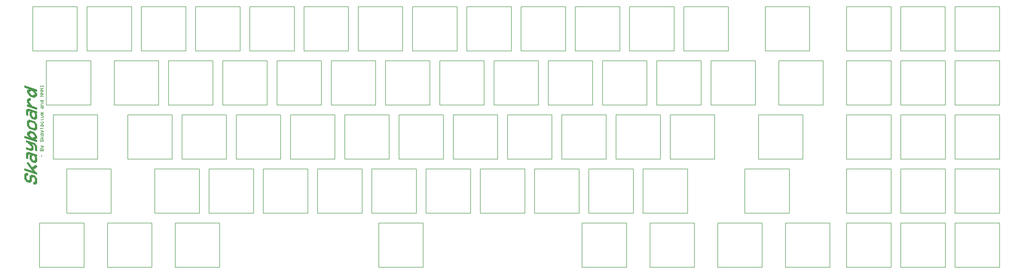
<source format=gto>
G04*
G04 #@! TF.GenerationSoftware,Altium Limited,Altium Designer,20.1.14 (287)*
G04*
G04 Layer_Color=65535*
%FSLAX25Y25*%
%MOIN*%
G70*
G04*
G04 #@! TF.SameCoordinates,5E7EC535-6302-435E-A40C-08F812187638*
G04*
G04*
G04 #@! TF.FilePolarity,Positive*
G04*
G01*
G75*
%ADD10C,0.00500*%
G36*
X36360Y276619D02*
Y273662D01*
X33917Y274495D01*
Y273759D01*
X35138Y273343D01*
Y272135D01*
X36360Y271719D01*
Y267527D01*
X35138Y267944D01*
Y266708D01*
X33917Y267125D01*
Y265903D01*
X32682Y266334D01*
Y265112D01*
X26061Y267361D01*
Y268582D01*
X24839Y268999D01*
Y270220D01*
X23604Y270650D01*
Y271872D01*
X22383Y272288D01*
Y276480D01*
X23604Y276063D01*
Y277271D01*
X24839Y276855D01*
Y277590D01*
X18718Y279672D01*
Y282629D01*
X36360Y276619D01*
D02*
G37*
G36*
X27782Y264515D02*
Y261559D01*
X26561Y261975D01*
Y260754D01*
X25325Y261170D01*
X25339Y259227D01*
X26561Y258811D01*
Y257589D01*
X27782Y257173D01*
Y255951D01*
X29017Y255535D01*
Y254313D01*
X36360Y251801D01*
Y248845D01*
X22383Y253606D01*
Y256562D01*
X24826Y255729D01*
Y256437D01*
X23604Y256854D01*
Y258075D01*
X22383Y258491D01*
X22383Y263905D01*
X23604Y263488D01*
Y264710D01*
X24839Y264293D01*
X24853Y265515D01*
X27782Y264515D01*
D02*
G37*
G36*
X36360Y246596D02*
Y243640D01*
X35125Y244070D01*
Y243348D01*
X36360Y242918D01*
Y236283D01*
X35125Y236714D01*
Y235492D01*
X33917Y235909D01*
Y234673D01*
X28504Y236519D01*
Y237741D01*
X27282Y238157D01*
Y239379D01*
X26061Y239809D01*
Y246416D01*
X27282Y246013D01*
Y246735D01*
X25339Y247401D01*
Y246166D01*
X24104Y246582D01*
Y240461D01*
X21161Y241461D01*
Y249331D01*
X22383Y248914D01*
Y250136D01*
X23604Y249719D01*
Y250941D01*
X36360Y246596D01*
D02*
G37*
G36*
X33917Y232439D02*
Y231217D01*
X35138Y230801D01*
Y229579D01*
X36360Y229163D01*
Y221279D01*
X35138Y221695D01*
Y220474D01*
X33917Y220890D01*
Y219669D01*
X24826Y222764D01*
Y223986D01*
X23604Y224402D01*
Y225623D01*
X22383Y226040D01*
Y233924D01*
X23604Y233507D01*
Y234729D01*
X24826Y234312D01*
Y235534D01*
X33917Y232439D01*
D02*
G37*
G36*
X32682Y217865D02*
Y216643D01*
X33917Y216213D01*
Y214978D01*
X35138Y214561D01*
Y213340D01*
X36360Y212923D01*
Y208732D01*
X35138Y209148D01*
Y207927D01*
X33917Y208343D01*
Y207621D01*
X36360Y206788D01*
Y203832D01*
X18718Y209842D01*
Y212798D01*
X24839Y210716D01*
Y211438D01*
X23604Y211855D01*
Y213076D01*
X22383Y213492D01*
Y217684D01*
X23604Y217268D01*
Y218489D01*
X24839Y218073D01*
Y219308D01*
X26061Y218892D01*
Y220113D01*
X32682Y217865D01*
D02*
G37*
G36*
X33917Y202430D02*
Y201209D01*
X35138Y200792D01*
Y199571D01*
X36360Y199154D01*
Y191270D01*
X33417Y192284D01*
Y198419D01*
X32196Y198835D01*
Y200071D01*
X29017Y201139D01*
Y200417D01*
X30239Y200001D01*
Y198780D01*
X31460Y198363D01*
Y192936D01*
X30239Y193352D01*
Y192131D01*
X29017Y192548D01*
Y191326D01*
X21161Y194005D01*
Y196961D01*
X27282Y194879D01*
Y196101D01*
X28518Y195684D01*
Y197628D01*
X27282Y198044D01*
Y199265D01*
X26061Y199682D01*
Y200917D01*
X23618Y201750D01*
Y202985D01*
X21161Y203818D01*
Y206774D01*
X33917Y202430D01*
D02*
G37*
G36*
X36360Y186579D02*
Y183623D01*
X35125Y184053D01*
Y183331D01*
X36360Y182901D01*
Y176266D01*
X35125Y176697D01*
Y175475D01*
X33917Y175891D01*
Y174656D01*
X28504Y176502D01*
Y177724D01*
X27282Y178140D01*
Y179361D01*
X26061Y179792D01*
Y186399D01*
X27282Y185996D01*
Y186718D01*
X25339Y187384D01*
Y186149D01*
X24104Y186565D01*
Y180444D01*
X21161Y181444D01*
Y189313D01*
X22383Y188897D01*
Y190119D01*
X23604Y189702D01*
Y190924D01*
X36360Y186579D01*
D02*
G37*
G36*
X25339Y175350D02*
Y174115D01*
X26561Y173698D01*
Y172477D01*
X27782Y172061D01*
Y170839D01*
X29004Y170423D01*
Y169187D01*
X29725Y168938D01*
Y170173D01*
X30961Y169756D01*
Y170978D01*
X32182Y170562D01*
Y171783D01*
X33404Y171367D01*
Y172602D01*
X36360Y171575D01*
Y168618D01*
X35138Y169049D01*
Y167827D01*
X33903Y168244D01*
Y167008D01*
X32682Y167425D01*
Y166203D01*
X31460Y166620D01*
Y165898D01*
X32682Y165481D01*
Y164260D01*
X33903Y163844D01*
Y162622D01*
X36360Y161776D01*
Y158819D01*
X18718Y164829D01*
Y167786D01*
X29725Y164038D01*
Y164746D01*
X28504Y165162D01*
Y166398D01*
X27282Y166814D01*
Y168035D01*
X26061Y168452D01*
Y169673D01*
X24839Y170090D01*
Y171325D01*
X23604Y171741D01*
Y172963D01*
X22383Y173379D01*
Y176336D01*
X25339Y175350D01*
D02*
G37*
G36*
X24104Y160762D02*
Y157806D01*
X22896Y158208D01*
Y156973D01*
X21661Y157389D01*
Y153003D01*
X22896Y152587D01*
Y151352D01*
X24839Y150699D01*
Y151935D01*
X26061Y151518D01*
Y157653D01*
X27282Y157237D01*
Y158458D01*
X28504Y158042D01*
Y159263D01*
X33917Y157417D01*
Y156196D01*
X35138Y155779D01*
Y154558D01*
X36360Y154141D01*
Y146258D01*
X35138Y146674D01*
Y145453D01*
X33917Y145869D01*
Y144648D01*
X30961Y145661D01*
Y148617D01*
X32182Y148201D01*
Y149436D01*
X33417Y149020D01*
Y153406D01*
X32182Y153822D01*
Y155058D01*
X30239Y155724D01*
Y154489D01*
X29004Y154905D01*
Y148770D01*
X27782Y149186D01*
Y147965D01*
X26561Y148368D01*
Y147146D01*
X21161Y148992D01*
Y150214D01*
X19926Y150630D01*
Y151851D01*
X18718Y152268D01*
Y160152D01*
X19926Y159735D01*
Y160957D01*
X21161Y160540D01*
Y161762D01*
X24104Y160762D01*
D02*
G37*
G36*
X45186Y280292D02*
X44488D01*
Y280990D01*
X40996D01*
Y280292D01*
X40297D01*
Y282383D01*
X40996D01*
Y281688D01*
X44488D01*
Y282383D01*
X45186D01*
Y280292D01*
D02*
G37*
G36*
Y278197D02*
X44142D01*
Y277847D01*
X43793D01*
Y277498D01*
X43444D01*
Y277149D01*
X43095D01*
Y276800D01*
X42746D01*
Y276450D01*
X42396D01*
Y276101D01*
X45186D01*
Y275403D01*
X40297D01*
Y276101D01*
X41345D01*
Y276450D01*
X41694D01*
Y276800D01*
X42043D01*
Y277149D01*
X42392D01*
Y277498D01*
X42742D01*
Y277847D01*
X43091D01*
Y278197D01*
X40297D01*
Y278895D01*
X45186D01*
Y278197D01*
D02*
G37*
G36*
Y274006D02*
X44142D01*
Y273657D01*
X43793D01*
Y273308D01*
X43444D01*
Y272958D01*
X43095D01*
Y272609D01*
X42746D01*
Y272260D01*
X42396D01*
Y271911D01*
X45186D01*
Y271213D01*
X40297D01*
Y271911D01*
X41345D01*
Y272260D01*
X41694D01*
Y272609D01*
X42043D01*
Y272958D01*
X42392D01*
Y273308D01*
X42742D01*
Y273657D01*
X43091D01*
Y274006D01*
X40297D01*
Y274705D01*
X45186D01*
Y274006D01*
D02*
G37*
G36*
Y269816D02*
X44142D01*
Y269466D01*
X43793D01*
Y269117D01*
X43444D01*
Y268768D01*
X43095D01*
Y268419D01*
X42746D01*
Y268070D01*
X42396D01*
Y267721D01*
X45186D01*
Y267022D01*
X40297D01*
Y267721D01*
X41345D01*
Y268070D01*
X41694D01*
Y268419D01*
X42043D01*
Y268768D01*
X42392D01*
Y269117D01*
X42742D01*
Y269466D01*
X43091D01*
Y269816D01*
X40297D01*
Y270514D01*
X45186D01*
Y269816D01*
D02*
G37*
G36*
Y261435D02*
X44491D01*
Y261086D01*
X44837D01*
Y260736D01*
X45186D01*
Y259689D01*
X44837D01*
Y259340D01*
X44488D01*
Y258991D01*
X44138D01*
Y258641D01*
X42392D01*
Y258991D01*
X42043D01*
Y259340D01*
X41694Y259336D01*
Y259689D01*
X41345D01*
Y260736D01*
X41694D01*
Y261086D01*
X42043D01*
Y261435D01*
X40297D01*
Y262133D01*
X45186D01*
Y261435D01*
D02*
G37*
G36*
Y257244D02*
X42392D01*
Y256895D01*
X42043D01*
Y255499D01*
X42392D01*
Y255149D01*
X45186D01*
Y254451D01*
X41345D01*
Y255149D01*
X41694D01*
Y255499D01*
X41345D01*
Y257244D01*
X41694D01*
Y257594D01*
X42043D01*
Y257943D01*
X45186D01*
Y257244D01*
D02*
G37*
G36*
Y253054D02*
X44837D01*
Y252705D01*
X45186D01*
Y250959D01*
X44837Y250955D01*
Y250606D01*
X44488D01*
Y250260D01*
X43091D01*
Y250610D01*
X42742D01*
Y250959D01*
X42392Y250955D01*
Y252705D01*
X42742Y252701D01*
Y253054D01*
X42043D01*
Y252705D01*
X41694Y252701D01*
Y250959D01*
X40996Y250955D01*
Y253054D01*
X41345D01*
Y253403D01*
X41694D01*
Y253752D01*
X45186D01*
Y253054D01*
D02*
G37*
G36*
Y244673D02*
X42392D01*
Y244324D01*
X42043D01*
Y243975D01*
X45186D01*
Y243277D01*
X42043D01*
Y242927D01*
X42392D01*
Y242578D01*
X45186D01*
Y241880D01*
X41345D01*
Y242578D01*
X41694D01*
Y242927D01*
X41345D01*
Y244673D01*
X41694D01*
Y245023D01*
X42043D01*
Y245372D01*
X45186D01*
Y244673D01*
D02*
G37*
G36*
X44488Y240832D02*
X44837D01*
Y240483D01*
X45186D01*
Y238388D01*
X44837D01*
Y238038D01*
X44488D01*
Y237689D01*
X41345D01*
Y238388D01*
X44138D01*
Y238737D01*
X44488D01*
Y240134D01*
X44138D01*
Y240483D01*
X41345D01*
Y241181D01*
X44488D01*
Y240832D01*
D02*
G37*
G36*
X41345Y234896D02*
X40646D01*
Y235594D01*
X41345D01*
Y234896D01*
D02*
G37*
G36*
X45186Y235594D02*
X44837Y235590D01*
Y235241D01*
X44488D01*
Y234896D01*
X42742D01*
Y234197D01*
X42043D01*
Y235594D01*
X44138D01*
Y235939D01*
X44488D01*
Y236289D01*
X45186D01*
Y235594D01*
D02*
G37*
G36*
X44488Y232451D02*
X44837D01*
Y232102D01*
X45186D01*
Y230007D01*
X44837D01*
Y229658D01*
X44488D01*
Y229309D01*
X42043D01*
Y229658D01*
X41694D01*
Y230007D01*
X41345D01*
Y232102D01*
X41694D01*
Y232451D01*
X42043D01*
Y232801D01*
X42742D01*
Y232102D01*
X42392D01*
Y231753D01*
X42043D01*
Y230356D01*
X42392D01*
Y230007D01*
X44138D01*
Y230356D01*
X44488D01*
Y231753D01*
X44138D01*
Y232102D01*
X43789D01*
Y232801D01*
X44488D01*
Y232451D01*
D02*
G37*
G36*
X45186Y227912D02*
X44837D01*
Y227562D01*
X45186D01*
Y225816D01*
X44837Y225813D01*
Y225463D01*
X44488D01*
Y225118D01*
X43091D01*
Y225467D01*
X42742D01*
Y225816D01*
X42392Y225813D01*
Y227562D01*
X42742Y227559D01*
Y227912D01*
X42043D01*
Y227562D01*
X41694Y227559D01*
Y225816D01*
X40996Y225813D01*
Y227912D01*
X41345D01*
Y228261D01*
X41694D01*
Y228610D01*
X45186D01*
Y227912D01*
D02*
G37*
G36*
Y223023D02*
X44837D01*
Y222674D01*
X44488D01*
Y222324D01*
X42043D01*
Y221626D01*
X41345D01*
Y222324D01*
X40297D01*
Y223023D01*
X41345D01*
Y223717D01*
X42043D01*
Y223023D01*
X44138D01*
Y223368D01*
X44488D01*
Y223717D01*
X45186D01*
Y223023D01*
D02*
G37*
G36*
X44488Y219880D02*
X44837D01*
Y219531D01*
X45186D01*
Y217436D01*
X44488D01*
Y219182D01*
X44138D01*
Y219531D01*
X43091D01*
Y219182D01*
X43440D01*
Y218832D01*
X43789D01*
Y217436D01*
X43440D01*
Y217087D01*
X43091D01*
Y216737D01*
X40996D01*
Y217436D01*
X42742D01*
Y217785D01*
X43091D01*
Y218483D01*
X42742D01*
Y218832D01*
X42392D01*
Y219182D01*
X41694D01*
Y219531D01*
X40996D01*
Y220229D01*
X44488D01*
Y219880D01*
D02*
G37*
G36*
X45186Y215340D02*
X44837D01*
Y214991D01*
X45186D01*
Y213245D01*
X44837Y213241D01*
Y212892D01*
X44488D01*
Y212547D01*
X43091D01*
Y212896D01*
X42742D01*
Y213245D01*
X42392Y213241D01*
Y214991D01*
X42742Y214987D01*
Y215340D01*
X42043D01*
Y214991D01*
X41694Y214987D01*
Y213245D01*
X40996Y213241D01*
Y215340D01*
X41345D01*
Y215690D01*
X41694D01*
Y216039D01*
X45186D01*
Y215340D01*
D02*
G37*
G36*
Y211150D02*
X44837Y211146D01*
Y210801D01*
X44488D01*
Y210452D01*
X44138D01*
Y210103D01*
X43793D01*
Y209753D01*
X44138D01*
Y209404D01*
X44488D01*
Y209055D01*
X45186D01*
Y208356D01*
X40297D01*
Y209055D01*
X43440D01*
Y209404D01*
X43091D01*
Y209753D01*
X42746D01*
Y210103D01*
X42396D01*
Y210452D01*
X42047D01*
Y210801D01*
X41698D01*
Y211150D01*
X41349D01*
Y211848D01*
X42047D01*
Y211499D01*
X42396D01*
Y211150D01*
X42746D01*
Y210801D01*
X43091D01*
Y210452D01*
X43440D01*
Y210801D01*
X43789D01*
Y211150D01*
X44138Y211146D01*
Y211499D01*
X44488D01*
Y211848D01*
X45186D01*
Y211150D01*
D02*
G37*
G36*
X44488Y207654D02*
Y207305D01*
X44837D01*
Y206960D01*
X45186D01*
Y204865D01*
X44837D01*
Y204515D01*
X44488D01*
Y204166D01*
X43789D01*
Y204865D01*
X44138D01*
Y205214D01*
X44488D01*
Y206610D01*
X44138D01*
Y206960D01*
X43440D01*
Y206610D01*
X43091D01*
Y204865D01*
X42742D01*
Y204515D01*
X42392D01*
Y204166D01*
X40996D01*
Y204515D01*
X40646D01*
Y204865D01*
X40297D01*
Y206960D01*
X40646D01*
Y207309D01*
X40996D01*
Y207658D01*
X41694D01*
Y206960D01*
X41345D01*
Y206610D01*
X40996D01*
Y205214D01*
X41345D01*
Y204865D01*
X42043D01*
Y205214D01*
X42392D01*
Y206960D01*
X42742D01*
Y207309D01*
X43091D01*
Y207658D01*
X44488Y207654D01*
D02*
G37*
G36*
Y198928D02*
X44837D01*
Y198579D01*
X45186D01*
Y196484D01*
X44488D01*
Y198230D01*
X44138D01*
Y198579D01*
X43091D01*
Y198230D01*
X43440D01*
Y197880D01*
X43789D01*
Y196484D01*
X43440D01*
Y196134D01*
X43091D01*
Y195785D01*
X40996D01*
Y196484D01*
X42742D01*
Y196833D01*
X43091D01*
Y197531D01*
X42742D01*
Y197880D01*
X42392D01*
Y198230D01*
X41694D01*
Y198579D01*
X40996D01*
Y199277D01*
X44488D01*
Y198928D01*
D02*
G37*
G36*
Y194738D02*
X44837D01*
Y194388D01*
X45186D01*
Y191595D01*
X40297D01*
Y194388D01*
X40646D01*
Y194738D01*
X40996D01*
Y195087D01*
X42392D01*
Y194738D01*
X43091D01*
Y195087D01*
X44488D01*
Y194738D01*
D02*
G37*
G36*
X43091Y183559D02*
X42392D01*
Y186353D01*
X43091D01*
Y183559D01*
D02*
G37*
%LPC*%
G36*
X27782Y275342D02*
Y274134D01*
X26561Y274537D01*
Y273315D01*
X25339Y273732D01*
Y273010D01*
X26561Y272593D01*
Y271372D01*
X27782Y270970D01*
Y269734D01*
X30961Y268652D01*
Y269887D01*
X32182Y269471D01*
Y270692D01*
X33417Y270275D01*
Y270997D01*
X32182Y271414D01*
Y272635D01*
X30961Y273052D01*
Y274259D01*
X27782Y275342D01*
D02*
G37*
G36*
X30225Y245736D02*
Y244500D01*
X29004Y244917D01*
Y240545D01*
X30225Y240128D01*
Y238893D01*
X32182Y238227D01*
Y239462D01*
X33417Y239046D01*
Y243418D01*
X32182Y243848D01*
Y245069D01*
X30225Y245736D01*
D02*
G37*
G36*
X26561Y231981D02*
Y230745D01*
X25325Y231175D01*
Y226789D01*
X26561Y226359D01*
Y225124D01*
X32182Y223222D01*
Y224458D01*
X33417Y224041D01*
Y228427D01*
X32182Y228844D01*
Y230079D01*
X26561Y231981D01*
D02*
G37*
G36*
X27782Y216560D02*
Y215338D01*
X26561Y215741D01*
Y214520D01*
X25339Y214936D01*
Y214214D01*
X26561Y213798D01*
Y212576D01*
X27782Y212174D01*
Y210952D01*
X30961Y209870D01*
Y211091D01*
X32182Y210675D01*
Y211896D01*
X33417Y211480D01*
Y212202D01*
X32182Y212618D01*
Y213839D01*
X30961Y214256D01*
Y215477D01*
X27782Y216560D01*
D02*
G37*
G36*
X30225Y185719D02*
Y184483D01*
X29004Y184900D01*
Y180527D01*
X30225Y180111D01*
Y178876D01*
X32182Y178209D01*
Y179445D01*
X33417Y179028D01*
Y183401D01*
X32182Y183831D01*
Y185052D01*
X30225Y185719D01*
D02*
G37*
G36*
X43789Y261086D02*
X42742D01*
Y260736D01*
X42392D01*
Y260387D01*
X42043D01*
Y260038D01*
X42392D01*
Y259689D01*
X42742D01*
Y259340D01*
X43789Y259336D01*
Y259689D01*
X44138D01*
Y260038D01*
X44488D01*
Y260387D01*
X44138D01*
Y260736D01*
X43789D01*
Y261086D01*
D02*
G37*
G36*
X44138Y253054D02*
X43440D01*
Y252705D01*
X43091Y252701D01*
Y251308D01*
X43440D01*
Y250959D01*
X44138D01*
Y251308D01*
X44488D01*
Y252705D01*
X44138Y252701D01*
Y253054D01*
D02*
G37*
G36*
Y227912D02*
X43440D01*
Y227562D01*
X43091Y227559D01*
Y226166D01*
X43440D01*
Y225816D01*
X44138D01*
Y226166D01*
X44488D01*
Y227562D01*
X44138Y227559D01*
Y227912D01*
D02*
G37*
G36*
Y215340D02*
X43440D01*
Y214991D01*
X43091Y214987D01*
Y213595D01*
X43440D01*
Y213245D01*
X44138D01*
Y213595D01*
X44488D01*
Y214991D01*
X44138Y214987D01*
Y215340D01*
D02*
G37*
G36*
Y194388D02*
X43440D01*
Y194039D01*
X43091D01*
Y192293D01*
X44488D01*
Y194039D01*
X44138D01*
Y194388D01*
D02*
G37*
G36*
X42043D02*
X41345D01*
Y194039D01*
X40996D01*
Y192293D01*
X42392D01*
Y194039D01*
X42043D01*
Y194388D01*
D02*
G37*
%LPD*%
D10*
X105423Y330420D02*
X166840D01*
Y391837D01*
X105423D02*
X166840D01*
X105423Y330420D02*
Y391837D01*
X180423Y330420D02*
Y391837D01*
X241840D01*
Y330420D02*
Y391837D01*
X180423Y330420D02*
X241840D01*
X255423D02*
X316840D01*
Y391837D01*
X255423D02*
X316840D01*
X255423Y330420D02*
Y391837D01*
X330423Y330420D02*
Y391837D01*
X391840D01*
Y330420D02*
Y391837D01*
X330423Y330420D02*
X391840D01*
X405416D02*
X466833D01*
Y391837D01*
X405416D02*
X466833D01*
X405416Y330420D02*
Y391837D01*
X480420Y330424D02*
Y391841D01*
X541837D01*
Y330424D02*
Y391841D01*
X480420Y330424D02*
X541837D01*
X630424Y330420D02*
X691841D01*
Y391837D01*
X630424D02*
X691841D01*
X630424Y330420D02*
Y391837D01*
X705424Y330420D02*
Y391837D01*
X766841D01*
Y330420D02*
Y391837D01*
X705424Y330420D02*
X766841D01*
X780424D02*
X841841D01*
Y391837D01*
X780424D02*
X841841D01*
X780424Y330420D02*
Y391837D01*
X855424Y330420D02*
Y391837D01*
X916841D01*
Y330420D02*
Y391837D01*
X855424Y330420D02*
X916841D01*
X930424D02*
X991841D01*
Y391837D01*
X930424D02*
X991841D01*
X930424Y330420D02*
Y391837D01*
X1042924Y330420D02*
Y391837D01*
X1104341D01*
Y330420D02*
Y391837D01*
X1042924Y330420D02*
X1104341D01*
X1155424D02*
X1216841D01*
Y391837D01*
X1155424D02*
X1216841D01*
X1155424Y330420D02*
Y391837D01*
X1230421Y330423D02*
Y391840D01*
X1291838D01*
Y330423D02*
Y391840D01*
X1230421Y330423D02*
X1291838D01*
X1305424Y330420D02*
X1366841D01*
Y391837D01*
X1305424D02*
X1366841D01*
X1305424Y330420D02*
Y391837D01*
X58545Y180417D02*
Y241834D01*
X119962D01*
Y180417D02*
Y241834D01*
X58545Y180417D02*
X119962D01*
X161670Y180417D02*
X223087D01*
Y241834D01*
X161670D02*
X223087D01*
X161670Y180417D02*
Y241834D01*
X236670Y180417D02*
Y241834D01*
X298087D01*
Y180417D02*
Y241834D01*
X236670Y180417D02*
X298087D01*
X311670D02*
X373087D01*
Y241834D01*
X311670D02*
X373087D01*
X311670Y180417D02*
Y241834D01*
X386670Y180418D02*
Y241835D01*
X448088D01*
Y180418D02*
Y241835D01*
X386670Y180418D02*
X448088D01*
X461670Y180418D02*
X523087D01*
Y241835D01*
X461670D02*
X523087D01*
X461670Y180418D02*
Y241835D01*
X536670Y180418D02*
Y241835D01*
X598087D01*
Y180418D02*
Y241835D01*
X536670Y180418D02*
X598087D01*
X611670D02*
X673087D01*
Y241835D01*
X611670D02*
X673087D01*
X611670Y180418D02*
Y241835D01*
X686670Y180418D02*
Y241835D01*
X748087D01*
Y180418D02*
Y241835D01*
X686670Y180418D02*
X748087D01*
X761670D02*
X823087D01*
Y241835D01*
X761670D02*
X823087D01*
X761670Y180418D02*
Y241835D01*
X836670Y180418D02*
Y241835D01*
X898087D01*
Y180418D02*
Y241835D01*
X836670Y180418D02*
X898087D01*
X911670D02*
X973087D01*
Y241835D01*
X911670D02*
X973087D01*
X911670Y180418D02*
Y241835D01*
X1033544Y180418D02*
Y241835D01*
X1094961D01*
Y180418D02*
Y241835D01*
X1033544Y180418D02*
X1094961D01*
X1071044Y30418D02*
X1132461D01*
Y91836D01*
X1071044D02*
X1132461D01*
X1071044Y30418D02*
Y91836D01*
X1155424Y180420D02*
Y241837D01*
X1216841D01*
Y180420D02*
Y241837D01*
X1155424Y180420D02*
X1216841D01*
X1230424D02*
X1291841D01*
Y241837D01*
X1230424D02*
X1291841D01*
X1230424Y180420D02*
Y241837D01*
X1305424Y180420D02*
Y241837D01*
X1366841D01*
Y180420D02*
Y241837D01*
X1305424Y180420D02*
X1366841D01*
X39795Y30417D02*
X101212D01*
Y91835D01*
X39795D02*
X101212D01*
X39795Y30417D02*
Y91835D01*
X133545Y30418D02*
Y91835D01*
X194963D01*
Y30418D02*
Y91835D01*
X133545Y30418D02*
X194963D01*
X227295Y30418D02*
X288712D01*
Y91835D01*
X227295D02*
X288712D01*
X227295Y30418D02*
Y91835D01*
X508544Y30418D02*
Y91836D01*
X569961D01*
Y30418D02*
Y91836D01*
X508544Y30418D02*
X569961D01*
X789796D02*
X851213D01*
Y91836D01*
X789796D02*
X851213D01*
X789796Y30418D02*
Y91836D01*
X883544Y30418D02*
Y91836D01*
X944961D01*
Y30418D02*
Y91836D01*
X883544Y30418D02*
X944961D01*
X977296D02*
X1038713D01*
Y91836D01*
X977296D02*
X1038713D01*
X977296Y30418D02*
Y91836D01*
X1155424Y30420D02*
Y91838D01*
X1216841D01*
Y30420D02*
Y91838D01*
X1155424Y30420D02*
X1216841D01*
X1305424Y30420D02*
X1366841D01*
Y91838D01*
X1305424D02*
X1366841D01*
X1305424Y30420D02*
Y91838D01*
X30420Y330422D02*
Y391840D01*
X91837D01*
Y330422D02*
Y391840D01*
X30420Y330422D02*
X91837D01*
X1230424Y30420D02*
X1291841D01*
Y91838D01*
X1230424D02*
X1291841D01*
X1230424Y30420D02*
Y91838D01*
X555424Y330420D02*
Y391837D01*
X616841D01*
Y330420D02*
Y391837D01*
X555424Y330420D02*
X616841D01*
X142923Y255420D02*
X204340D01*
Y316837D01*
X142923D02*
X204340D01*
X142923Y255420D02*
Y316837D01*
X217923Y255420D02*
X279340D01*
Y316837D01*
X217923D02*
X279340D01*
X217923Y255420D02*
Y316837D01*
X292923Y255420D02*
X354340D01*
Y316837D01*
X292923D02*
X354340D01*
X292923Y255420D02*
Y316837D01*
X367923Y255420D02*
X429341D01*
Y316838D01*
X367923D02*
X429341D01*
X367923Y255420D02*
Y316838D01*
X442924Y255420D02*
X504341D01*
Y316837D01*
X442924D02*
X504341D01*
X442924Y255420D02*
Y316837D01*
X592924Y255420D02*
X654341D01*
Y316837D01*
X592924D02*
X654341D01*
X592924Y255420D02*
Y316837D01*
X667924Y255420D02*
X729341D01*
Y316837D01*
X667924D02*
X729341D01*
X667924Y255420D02*
Y316837D01*
X742924Y255420D02*
X804341D01*
Y316837D01*
X742924D02*
X804341D01*
X742924Y255420D02*
Y316837D01*
X817924Y255420D02*
X879341D01*
Y316837D01*
X817924D02*
X879341D01*
X817924Y255420D02*
Y316837D01*
X892924Y255420D02*
X954341D01*
Y316837D01*
X892924D02*
X954341D01*
X892924Y255420D02*
Y316837D01*
X967924Y255420D02*
X1029341D01*
Y316837D01*
X967924D02*
X1029341D01*
X967924Y255420D02*
Y316837D01*
X1061670Y255418D02*
X1123087D01*
Y316835D01*
X1061670D02*
X1123087D01*
X1061670Y255418D02*
Y316835D01*
X1155424Y255420D02*
X1216841D01*
Y316837D01*
X1155424D02*
X1216841D01*
X1155424Y255420D02*
Y316837D01*
X1230424Y255420D02*
X1291841D01*
Y316837D01*
X1230424D02*
X1291841D01*
X1230424Y255420D02*
Y316837D01*
X1305424Y255420D02*
X1366841D01*
Y316837D01*
X1305424D02*
X1366841D01*
X1305424Y255420D02*
Y316837D01*
X77295Y105417D02*
X138712D01*
Y166834D01*
X77295D02*
X138712D01*
X77295Y105417D02*
Y166834D01*
X199170Y105418D02*
X260587D01*
Y166835D01*
X199170D02*
X260587D01*
X199170Y105418D02*
Y166835D01*
X274170Y105418D02*
X335587D01*
Y166835D01*
X274170D02*
X335587D01*
X274170Y105418D02*
Y166835D01*
X349170Y105418D02*
X410588D01*
Y166835D01*
X349170D02*
X410588D01*
X349170Y105418D02*
Y166835D01*
X424170Y105418D02*
X485587D01*
Y166836D01*
X424170D02*
X485587D01*
X424170Y105418D02*
Y166836D01*
X499170Y105418D02*
X560587D01*
Y166836D01*
X499170D02*
X560587D01*
X499170Y105418D02*
Y166836D01*
X574170Y105418D02*
X635587D01*
Y166836D01*
X574170D02*
X635587D01*
X574170Y105418D02*
Y166836D01*
X649170Y105418D02*
X710587D01*
Y166836D01*
X649170D02*
X710587D01*
X649170Y105418D02*
Y166836D01*
X724170Y105418D02*
X785587D01*
Y166836D01*
X724170D02*
X785587D01*
X724170Y105418D02*
Y166836D01*
X799170Y105418D02*
X860587D01*
Y166836D01*
X799170D02*
X860587D01*
X799170Y105418D02*
Y166836D01*
X874170Y105418D02*
X935587D01*
Y166836D01*
X874170D02*
X935587D01*
X874170Y105418D02*
Y166836D01*
X1014796Y105418D02*
X1076213D01*
Y166836D01*
X1014796D02*
X1076213D01*
X1014796Y105418D02*
Y166836D01*
X1155424Y105420D02*
X1216841D01*
Y166838D01*
X1155424D02*
X1216841D01*
X1155424Y105420D02*
Y166838D01*
X1230424Y105420D02*
X1291841D01*
Y166838D01*
X1230424D02*
X1291841D01*
X1230424Y105420D02*
Y166838D01*
X1305424Y105420D02*
X1366841D01*
Y166838D01*
X1305424D02*
X1366841D01*
X1305424Y105420D02*
Y166838D01*
X49170Y255417D02*
X110587D01*
Y316834D01*
X49170D02*
X110587D01*
X49170Y255417D02*
Y316834D01*
X517924Y255420D02*
X579341D01*
Y316837D01*
X517924D02*
X579341D01*
X517924Y255420D02*
Y316837D01*
M02*

</source>
